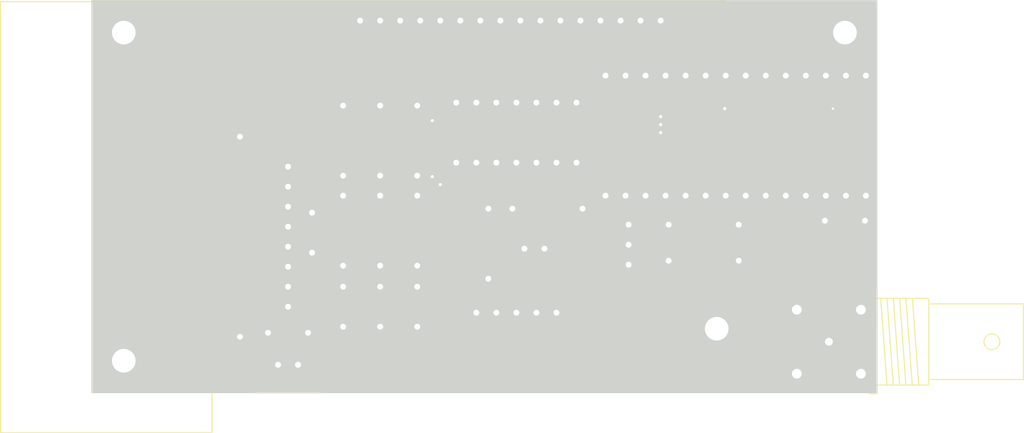
<source format=kicad_pcb>
(kicad_pcb (version 4) (host pcbnew 4.0.7)
  (title_block (title "Digital VFO") (date "14 March 2018") (rev 1.2))
  (layers (0 F.Cu signal) (31 B.Cu signal) (34 B.Paste user) (35 F.Paste user) (36 B.SilkS user) (37 F.SilkS user) (38 B.Mask user) (39 F.Mask user) (44 Edge.Cuts user))
  (net 0 "")
  (net 1 "Net-(C1-Pad1)")
  (net 2 GND)
  (net 3 "Net-(C2-Pad1)")
  (net 4 "Net-(C3-Pad1)")
  (net 5 "Net-(C4-Pad1)")
  (net 6 +5V)
  (net 7 "Net-(J1-Pad1)")
  (net 8 "Net-(Q1-Pad1)")
  (net 9 "Net-(Q1-Pad2)")
  (net 10 "Net-(Q1-Pad3)")
  (net 11 "Net-(R1-Pad2)")
  (net 12 "Net-(R3-Pad2)")
  (net 13 "Net-(R5-Pad2)")
  (net 14 "Net-(R7-Pad2)")
  (net 15 "Net-(R9-Pad2)")
  (net 16 "Net-(U1-Pad2)")
  (net 17 "Net-(U1-Pad4)")
  (net 18 "Net-(U1-Pad6)")
  (net 19 "Net-(U1-Pad8)")
  (net 20 "Net-(U1-Pad10)")
  (net 21 "Net-(U1-Pad12)")
  (net 22 "Net-(U2-Pad9)")
  (net 23 "Net-(U2-Pad10)")
  (net 24 "Net-(U2-Pad11)")
  (net 25 "Net-(U2-Pad12)")
  (net 26 "Net-(U2-Pad13)")
  (net 27 "Net-(U2-Pad14)")
  (net 28 "Net-(U2-Pad16)")
  (net 29 "Net-(U2-Pad17)")
  (net 30 "Net-(U2-Pad18)")
  (net 31 "Net-(U4-Pad7)")
  (net 32 "Net-(C7-Pad1)")
  (module teensy:Cap_SmV (layer F.Cu) (at 172.085 100.33 270)
    (fp_text reference C1 (at 2.54 0 270) (layer F.SilkS))
    (fp_text value 0.1uF)
    (pad 1 thru_hole circle (at 0 0 270) (size 1.5 1.5) (drill 0.75) (layers *.Cu *.Mask) (net 1 "Net-(C1-Pad1)"))
    (pad 2 thru_hole circle (at 5.08 0 270) (size 1.5 1.5) (drill 0.75) (layers *.Cu *.Mask) (net 2 GND))
  )
  (module teensy:Cap_SmV (layer F.Cu) (at 176.784 100.33 270)
    (fp_text reference C2 (at 2.54 0 270) (layer F.SilkS))
    (fp_text value 0.1uF)
    (pad 1 thru_hole circle (at 0 0 270) (size 1.5 1.5) (drill 0.75) (layers *.Cu *.Mask) (net 3 "Net-(C2-Pad1)"))
    (pad 2 thru_hole circle (at 5.08 0 270) (size 1.5 1.5) (drill 0.75) (layers *.Cu *.Mask) (net 2 GND))
  )
  (module teensy:Cap_SmV (layer F.Cu) (at 181.483 100.33 270)
    (fp_text reference C3 (at 2.54 0 270) (layer F.SilkS))
    (fp_text value 0.1uF)
    (pad 1 thru_hole circle (at 0 0 270) (size 1.5 1.5) (drill 0.75) (layers *.Cu *.Mask) (net 4 "Net-(C3-Pad1)"))
    (pad 2 thru_hole circle (at 5.08 0 270) (size 1.5 1.5) (drill 0.75) (layers *.Cu *.Mask) (net 2 GND))
  )
  (module teensy:Conn_CElec_v (layer F.Cu) (at 195.072 95.504)
    (fp_text reference C4 (at 1.397 -2.159) (layer F.SilkS))
    (fp_text value 100uF)
    (pad 1 thru_hole rect (at 0 0) (size 1.5 1.5) (drill 0.75) (layers *.Cu *.Mask) (net 5 "Net-(C4-Pad1)"))
    (pad 2 thru_hole circle (at 2.54 0) (size 1.5 1.5) (drill 0.75) (layers *.Cu *.Mask) (net 2 GND))
  )
  (module teensy:Cap_SmV (layer F.Cu) (at 238.252 91.948 180)
    (fp_text reference C5 (at 2.54 0 180) (layer F.SilkS))
    (fp_text value 0.1uF)
    (pad 1 thru_hole circle (at 0 0 180) (size 1.5 1.5) (drill 0.75) (layers *.Cu *.Mask) (net 6 +5V))
    (pad 2 thru_hole circle (at 5.08 0 180) (size 1.5 1.5) (drill 0.75) (layers *.Cu *.Mask) (net 2 GND))
  )
  (module teensy:Cap_SmV (layer F.Cu) (at 168.148 90.932 270)
    (fp_text reference C6 (at 2.54 0 270) (layer F.SilkS))
    (fp_text value 0.1uF)
    (pad 1 thru_hole circle (at 0 0 270) (size 1.5 1.5) (drill 0.75) (layers *.Cu *.Mask) (net 6 +5V))
    (pad 2 thru_hole circle (at 5.08 0 270) (size 1.5 1.5) (drill 0.75) (layers *.Cu *.Mask) (net 2 GND))
  )
  (module teensy:Con_2N222A (layer F.Cu) (at 208.28 94.996 270)
    (fp_text reference Q1 (at -1.016 2.032 360) (layer F.SilkS))
    (fp_text value 2N2222A)
    (fp_text user c (at -2.54 -1.524 360) (layer F.SilkS))
    (fp_text user b (at 0 -1.524 360) (layer F.SilkS))
    (fp_text user e (at 2.54 -1.524 360) (layer F.SilkS))
    (pad 1 thru_hole circle (at 2.54 0 270) (size 1.5 1.5) (drill 0.75) (layers *.Cu *.Mask) (net 8 "Net-(Q1-Pad1)"))
    (pad 2 thru_hole circle (at 0 0 270) (size 1.5 1.5) (drill 0.75) (layers *.Cu *.Mask) (net 9 "Net-(Q1-Pad2)"))
    (pad 3 thru_hole circle (at -2.54 0 270) (size 1.5 1.5) (drill 0.75) (layers *.Cu *.Mask) (net 10 "Net-(Q1-Pad3)"))
  )
  (module teensy:Res_SmH (layer F.Cu) (at 172.085 81.915 270)
    (fp_text reference R1 (at -0.762 0 270) (layer F.SilkS))
    (fp_text value 100K)
    (pad 1 thru_hole circle (at -4.572 0 270) (size 1.5 1.5) (drill 0.75) (layers *.Cu *.Mask) (net 6 +5V))
    (pad 2 thru_hole circle (at 4.318 0 270) (size 1.5 1.5) (drill 0.75) (layers *.Cu *.Mask) (net 11 "Net-(R1-Pad2)"))
  )
  (module teensy:Res_SmH (layer F.Cu) (at 172.085 93.345 270)
    (fp_text reference R2 (at -0.762 0 270) (layer F.SilkS))
    (fp_text value 10K)
    (pad 1 thru_hole circle (at -4.572 0 270) (size 1.5 1.5) (drill 0.75) (layers *.Cu *.Mask) (net 11 "Net-(R1-Pad2)"))
    (pad 2 thru_hole circle (at 4.318 0 270) (size 1.5 1.5) (drill 0.75) (layers *.Cu *.Mask) (net 1 "Net-(C1-Pad1)"))
  )
  (module teensy:Res_SmH (layer F.Cu) (at 176.784 81.915 270)
    (fp_text reference R3 (at -0.762 0 270) (layer F.SilkS))
    (fp_text value 100K)
    (pad 1 thru_hole circle (at -4.572 0 270) (size 1.5 1.5) (drill 0.75) (layers *.Cu *.Mask) (net 6 +5V))
    (pad 2 thru_hole circle (at 4.318 0 270) (size 1.5 1.5) (drill 0.75) (layers *.Cu *.Mask) (net 12 "Net-(R3-Pad2)"))
  )
  (module teensy:Res_SmH (layer F.Cu) (at 176.784 93.345 270)
    (fp_text reference R4 (at -0.762 0 270) (layer F.SilkS))
    (fp_text value 10K)
    (pad 1 thru_hole circle (at -4.572 0 270) (size 1.5 1.5) (drill 0.75) (layers *.Cu *.Mask) (net 12 "Net-(R3-Pad2)"))
    (pad 2 thru_hole circle (at 4.318 0 270) (size 1.5 1.5) (drill 0.75) (layers *.Cu *.Mask) (net 3 "Net-(C2-Pad1)"))
  )
  (module teensy:Res_SmH (layer F.Cu) (at 181.483 81.915 270)
    (fp_text reference R5 (at -0.762 0 270) (layer F.SilkS))
    (fp_text value 100K)
    (pad 1 thru_hole circle (at -4.572 0 270) (size 1.5 1.5) (drill 0.75) (layers *.Cu *.Mask) (net 6 +5V))
    (pad 2 thru_hole circle (at 4.318 0 270) (size 1.5 1.5) (drill 0.75) (layers *.Cu *.Mask) (net 13 "Net-(R5-Pad2)"))
  )
  (module teensy:Res_SmH (layer F.Cu) (at 181.483 93.345 270)
    (fp_text reference R6 (at -0.762 0 270) (layer F.SilkS))
    (fp_text value 10K)
    (pad 1 thru_hole circle (at -4.572 0 270) (size 1.5 1.5) (drill 0.75) (layers *.Cu *.Mask) (net 13 "Net-(R5-Pad2)"))
    (pad 2 thru_hole circle (at 4.318 0 270) (size 1.5 1.5) (drill 0.75) (layers *.Cu *.Mask) (net 4 "Net-(C3-Pad1)"))
  )
  (module teensy:Res_SmH (layer F.Cu) (at 217.932 92.456)
    (fp_text reference R7 (at -0.762 0) (layer F.SilkS))
    (fp_text value 15K)
    (pad 1 thru_hole circle (at -4.572 0) (size 1.5 1.5) (drill 0.75) (layers *.Cu *.Mask) (net 9 "Net-(Q1-Pad2)"))
    (pad 2 thru_hole circle (at 4.318 0) (size 1.5 1.5) (drill 0.75) (layers *.Cu *.Mask) (net 14 "Net-(R7-Pad2)"))
  )
  (module teensy:Res_SmH (layer F.Cu) (at 217.932 97.028)
    (fp_text reference R8 (at -0.762 0) (layer F.SilkS))
    (fp_text value 10R)
    (pad 1 thru_hole circle (at -4.572 0) (size 1.5 1.5) (drill 0.75) (layers *.Cu *.Mask) (net 8 "Net-(Q1-Pad1)"))
    (pad 2 thru_hole circle (at 4.318 0) (size 1.5 1.5) (drill 0.75) (layers *.Cu *.Mask) (net 2 GND))
  )
  (module teensy:Res_SmH (layer F.Cu) (at 198.12 90.424)
    (fp_text reference R9 (at -0.762 0) (layer F.SilkS))
    (fp_text value 1K)
    (pad 1 thru_hole circle (at -4.572 0) (size 1.5 1.5) (drill 0.75) (layers *.Cu *.Mask) (net 5 "Net-(C4-Pad1)"))
    (pad 2 thru_hole circle (at 4.318 0) (size 1.5 1.5) (drill 0.75) (layers *.Cu *.Mask) (net 15 "Net-(R9-Pad2)"))
  )
  (module teensy:Res_SmH (layer F.Cu) (at 190.5 94.996 270)
    (fp_text reference R10 (at -0.762 0 270) (layer F.SilkS))
    (fp_text value 1K)
    (pad 1 thru_hole circle (at -4.572 0 270) (size 1.5 1.5) (drill 0.75) (layers *.Cu *.Mask) (net 5 "Net-(C4-Pad1)"))
    (pad 2 thru_hole circle (at 4.318 0 270) (size 1.5 1.5) (drill 0.75) (layers *.Cu *.Mask) (net 2 GND))
  )
  (module teensy:Conn_DIP14n (layer F.Cu) (at 194.056 80.772 90)
    (fp_text reference U1 (at -1.524 -9.144 180) (layer F.SilkS))
    (fp_text value 74HC14)
    (pad 1 thru_hole rect (at -3.81 -7.62 90) (size 1.5 1.5) (drill 0.75) (layers *.Cu *.Mask) (net 1 "Net-(C1-Pad1)"))
    (pad 2 thru_hole circle (at -3.81 -5.08 90) (size 1.5 1.5) (drill 0.75) (layers *.Cu *.Mask) (net 16 "Net-(U1-Pad2)"))
    (pad 3 thru_hole circle (at -3.81 -2.54 90) (size 1.5 1.5) (drill 0.75) (layers *.Cu *.Mask) (net 3 "Net-(C2-Pad1)"))
    (pad 4 thru_hole circle (at -3.81 0 90) (size 1.5 1.5) (drill 0.75) (layers *.Cu *.Mask) (net 17 "Net-(U1-Pad4)"))
    (pad 5 thru_hole circle (at -3.81 2.54 90) (size 1.5 1.5) (drill 0.75) (layers *.Cu *.Mask) (net 4 "Net-(C3-Pad1)"))
    (pad 6 thru_hole circle (at -3.81 5.08 90) (size 1.5 1.5) (drill 0.75) (layers *.Cu *.Mask) (net 18 "Net-(U1-Pad6)"))
    (pad 7 thru_hole circle (at -3.81 7.62 90) (size 1.5 1.5) (drill 0.75) (layers *.Cu *.Mask) (net 2 GND))
    (pad 8 thru_hole circle (at 3.81 7.62 90) (size 1.5 1.5) (drill 0.75) (layers *.Cu *.Mask) (net 19 "Net-(U1-Pad8)"))
    (pad 9 thru_hole circle (at 3.81 5.08 90) (size 1.5 1.5) (drill 0.75) (layers *.Cu *.Mask) (net 2 GND))
    (pad 10 thru_hole circle (at 3.81 2.54 90) (size 1.5 1.5) (drill 0.75) (layers *.Cu *.Mask) (net 20 "Net-(U1-Pad10)"))
    (pad 11 thru_hole circle (at 3.81 0 90) (size 1.5 1.5) (drill 0.75) (layers *.Cu *.Mask) (net 2 GND))
    (pad 12 thru_hole circle (at 3.81 -2.54 90) (size 1.5 1.5) (drill 0.75) (layers *.Cu *.Mask) (net 21 "Net-(U1-Pad12)"))
    (pad 13 thru_hole circle (at 3.81 -5.08 90) (size 1.5 1.5) (drill 0.75) (layers *.Cu *.Mask) (net 2 GND))
    (pad 14 thru_hole circle (at 3.81 -7.62 90) (size 1.5 1.5) (drill 0.75) (layers *.Cu *.Mask) (net 6 +5V))
  )
  (module teensy:Conn_DDS8 (layer F.Cu) (at 165.1 93.98 180)
    (fp_text reference U4 (at -0.508 11.684 360) (layer F.SilkS))
    (fp_text value DDS-60)
    (pad 8 thru_hole circle (at 0 -8.89 180) (size 1.5 1.5) (drill 0.75) (layers *.Cu *.Mask) (net 32 "Net-(C7-Pad1)"))
    (pad 7 thru_hole circle (at 0 -6.35 180) (size 1.5 1.5) (drill 0.75) (layers *.Cu *.Mask) (net 31 "Net-(U4-Pad7)"))
    (pad 6 thru_hole circle (at 0 -3.81 180) (size 1.5 1.5) (drill 0.75) (layers *.Cu *.Mask) (net 7 "Net-(J1-Pad1)"))
    (pad 5 thru_hole circle (at 0 -1.27 180) (size 1.5 1.5) (drill 0.75) (layers *.Cu *.Mask) (net 2 GND))
    (pad 4 thru_hole circle (at 0 1.27 180) (size 1.5 1.5) (drill 0.75) (layers *.Cu *.Mask) (net 6 +5V))
    (pad 3 thru_hole circle (at 0 3.81 180) (size 1.5 1.5) (drill 0.75) (layers *.Cu *.Mask) (net 28 "Net-(U2-Pad16)"))
    (pad 2 thru_hole circle (at 0 6.35 180) (size 1.5 1.5) (drill 0.75) (layers *.Cu *.Mask) (net 29 "Net-(U2-Pad17)"))
    (pad 1 thru_hole rect (at 0 8.89 180) (size 1.5 1.5) (drill 0.75) (layers *.Cu *.Mask) (net 30 "Net-(U2-Pad18)"))
  )
  (module teensy:BNC_Socket (layer F.Cu) (at 233.68 107.315 270)
    (fp_text reference J1 (at -6.223 0 360) (layer F.SilkS))
    (fp_text value Coax)
    (pad 2 thru_hole rect (at 4.064 4.064 270) (size 2 2) (drill 1.25) (layers *.Cu F.Mask) (net 2 GND))
    (pad 2 thru_hole rect (at -4.064 4.064 270) (size 2 2) (drill 1.25) (layers *.Cu F.Mask) (net 2 GND))
    (pad 2 thru_hole rect (at 4.064 -4.064 270) (size 2 2) (drill 1.25) (layers *.Cu F.Mask) (net 2 GND))
    (pad 2 thru_hole rect (at -4.064 -4.064 270) (size 2 2) (drill 1.25) (layers *.Cu F.Mask) (net 2 GND))
    (pad 1 thru_hole circle (at 0 0 270) (size 2 2) (drill 1) (layers *.Cu F.Mask) (net 7 "Net-(J1-Pad1)"))
  )
  (module teensy:Cap_SmV (layer F.Cu) (at 162.56 106.172)
    (fp_text reference C7 (at 2.54 0) (layer F.SilkS))
    (fp_text value 0.1uF)
    (pad 1 thru_hole circle (at 0 0) (size 1.5 1.5) (drill 0.75) (layers *.Cu *.Mask) (net 32 "Net-(C7-Pad1)"))
    (pad 2 thru_hole circle (at 5.08 0) (size 1.5 1.5) (drill 0.75) (layers *.Cu *.Mask) (net 2 GND))
  )
  (module teensy:Conn_LCD16 (layer F.Cu) (at 167.64 97.536)
    (fp_text reference U3 (at 47.244 -30.988) (layer F.SilkS))
    (fp_text value LCD1602A)
    (pad 1 thru_hole rect (at 44.704 -30.988 180) (size 1.5 1.5) (drill 0.75) (layers *.Cu *.Mask F.SilkS) (net 2 GND))
    (pad 2 thru_hole circle (at 42.164 -30.988 180) (size 1.5 1.5) (drill 0.75) (layers *.Cu *.Mask F.SilkS) (net 6 +5V))
    (pad 3 thru_hole circle (at 39.624 -30.988 180) (size 1.5 1.5) (drill 0.75) (layers *.Cu *.Mask F.SilkS) (net 5 "Net-(C4-Pad1)"))
    (pad 4 thru_hole circle (at 37.084 -30.988 180) (size 1.5 1.5) (drill 0.75) (layers *.Cu *.Mask F.SilkS) (net 22 "Net-(U2-Pad9)"))
    (pad 5 thru_hole circle (at 34.544 -30.988 180) (size 1.5 1.5) (drill 0.75) (layers *.Cu *.Mask F.SilkS) (net 2 GND))
    (pad 6 thru_hole circle (at 32.004 -30.988 180) (size 1.5 1.5) (drill 0.75) (layers *.Cu *.Mask F.SilkS) (net 23 "Net-(U2-Pad10)"))
    (pad 7 thru_hole circle (at 29.464 -30.988 180) (size 1.5 1.5) (drill 0.75) (layers *.Cu *.Mask F.SilkS))
    (pad 8 thru_hole circle (at 26.924 -30.988 180) (size 1.5 1.5) (drill 0.75) (layers *.Cu *.Mask F.SilkS))
    (pad 9 thru_hole circle (at 24.384 -30.988 180) (size 1.5 1.5) (drill 0.75) (layers *.Cu *.Mask F.SilkS))
    (pad 10 thru_hole circle (at 21.844 -30.988 180) (size 1.5 1.5) (drill 0.75) (layers *.Cu *.Mask F.SilkS))
    (pad 11 thru_hole circle (at 19.304 -30.988 180) (size 1.5 1.5) (drill 0.75) (layers *.Cu *.Mask F.SilkS) (net 24 "Net-(U2-Pad11)"))
    (pad 12 thru_hole circle (at 16.764 -30.988 180) (size 1.5 1.5) (drill 0.75) (layers *.Cu *.Mask F.SilkS) (net 25 "Net-(U2-Pad12)"))
    (pad 13 thru_hole circle (at 14.224 -30.988 180) (size 1.5 1.5) (drill 0.75) (layers *.Cu *.Mask F.SilkS) (net 26 "Net-(U2-Pad13)"))
    (pad 14 thru_hole circle (at 11.684 -30.988 180) (size 1.5 1.5) (drill 0.75) (layers *.Cu *.Mask F.SilkS) (net 27 "Net-(U2-Pad14)"))
    (pad 15 thru_hole circle (at 9.144 -30.988 180) (size 1.5 1.5) (drill 0.75) (layers *.Cu *.Mask F.SilkS) (net 6 +5V))
    (pad 16 thru_hole circle (at 6.604 -30.988 180) (size 1.5 1.5) (drill 0.75) (layers *.Cu *.Mask F.SilkS) (net 10 "Net-(Q1-Pad3)"))
  )
  (module teensy:Conn_Power_2 (layer F.Cu) (at 165.1 110.236)
    (fp_text reference J2 (at -3.048 -3.556) (layer F.SilkS))
    (fp_text value Conn_01x02)
    (pad 1 thru_hole circle (at -1.27 0 180) (size 1.5 1.5) (drill 0.75) (layers *.Cu *.Mask) (net 32 "Net-(C7-Pad1)"))
    (pad 2 thru_hole rect (at 1.27 0 180) (size 1.524 1.524) (drill 0.762) (layers *.Cu *.Mask) (net 2 GND))
  )
  (module teensy:Conn_RE_Switch (layer F.Cu) (at 194.056 103.632)
    (fp_text reference SW1 (at -4.064 -3.302) (layer F.SilkS))
    (fp_text value Rotary_Encoder_Switch)
    (pad 5 thru_hole circle (at -5.08 0 90) (size 1.5 1.5) (drill 0.75) (layers *.Cu *.Mask) (net 11 "Net-(R1-Pad2)"))
    (pad 4 thru_hole rect (at -2.54 0 90) (size 1.5 1.524) (drill 0.75) (layers *.Cu *.Mask) (net 2 GND))
    (pad 1 thru_hole circle (at 5.08 0 90) (size 1.5 1.5) (drill 0.75) (layers *.Cu *.Mask) (net 13 "Net-(R5-Pad2)"))
    (pad 2 thru_hole rect (at 2.54 0 90) (size 1.5 1.524) (drill 0.75) (layers *.Cu *.Mask) (net 2 GND))
    (pad 3 thru_hole circle (at 0 0 90) (size 1.5 1.5) (drill 0.75) (layers *.Cu *.Mask) (net 12 "Net-(R3-Pad2)"))
  )
  (module teensy:logo (layer F.Cu) (at 147.828 80.772)
    (fp_text reference G*** hide)
    (fp_text value LOGO hide)
  )
  (module teensy:Conn_Mount (layer F.Cu) (at 235.712 68.072)
    (fp_text reference REF** hide)
    (fp_text value Conn_Mount hide)
    (pad "" np_thru_hole circle (at 0 0) (size 3 3) (drill 3) (layers *.Cu *.Mask))
  )
  (module teensy:Conn_Mount (layer F.Cu) (at 144.272 68.072)
    (fp_text reference REF** hide)
    (fp_text value Conn_Mount hide)
    (pad "" np_thru_hole circle (at 0 0) (size 3 3) (drill 3) (layers *.Cu *.Mask))
  )
  (module teensy:Conn_Mount (layer F.Cu) (at 144.272 109.728)
    (fp_text reference REF** hide)
    (fp_text value Conn_Mount hide)
    (pad "" np_thru_hole circle (at 0 0) (size 3 3) (drill 3) (layers *.Cu *.Mask))
  )
  (module teensy:Conn_Mount (layer F.Cu) (at 219.456 105.664)
    (fp_text reference REF** hide)
    (fp_text value Conn_Mount hide)
    (pad "" np_thru_hole circle (at 0 0) (size 3 3) (drill 3) (layers *.Cu *.Mask))
  )
  (module teensy:Strap_23 (layer F.Cu) (at 159.004 93.98 90)
    (fp_text reference STRAP** (at 0.508 1.016 90) (layer F.SilkS))
    (fp_text value Strap_23)
    (pad 1 thru_hole circle (at -12.7 0 90) (size 1.5 1.5) (drill 0.75) (layers *.Cu *.Mask))
    (pad 2 thru_hole circle (at 12.7 0 90) (size 1.5 1.5) (drill 0.75) (layers *.Cu *.Mask))
  )
  (module teensy:Conn_DIP28w (layer F.Cu) (at 220.98 81.28 180)
    (fp_text reference U2 (at -16.383 5.588 360) (layer F.SilkS))
    (fp_text value Teensy3.2)
    (pad 1 thru_hole rect (at -17.399 7.747 270) (size 1.5 1.5) (drill 0.75) (layers *.Cu *.Mask) (net 2 GND))
    (pad 2 thru_hole circle (at -14.859 7.747 270) (size 1.5 1.5) (drill 0.75) (layers *.Cu *.Mask))
    (pad 3 thru_hole circle (at -12.319 7.747 270) (size 1.5 1.5) (drill 0.75) (layers *.Cu *.Mask))
    (pad 4 thru_hole circle (at -9.779 7.747 270) (size 1.5 1.5) (drill 0.75) (layers *.Cu *.Mask) (net 18 "Net-(U1-Pad6)"))
    (pad 5 thru_hole circle (at -7.239 7.747 270) (size 1.5 1.5) (drill 0.75) (layers *.Cu *.Mask) (net 17 "Net-(U1-Pad4)"))
    (pad 6 thru_hole circle (at -4.699 7.747 270) (size 1.5 1.5) (drill 0.75) (layers *.Cu *.Mask) (net 16 "Net-(U1-Pad2)"))
    (pad 7 thru_hole circle (at -2.159 7.747 270) (size 1.5 1.5) (drill 0.75) (layers *.Cu *.Mask))
    (pad 8 thru_hole circle (at 0.381 7.747 270) (size 1.5 1.5) (drill 0.75) (layers *.Cu *.Mask) (net 15 "Net-(R9-Pad2)"))
    (pad 9 thru_hole circle (at 2.921 7.747 270) (size 1.5 1.5) (drill 0.75) (layers *.Cu *.Mask) (net 22 "Net-(U2-Pad9)"))
    (pad 10 thru_hole circle (at 5.461 7.747 270) (size 1.5 1.5) (drill 0.75) (layers *.Cu *.Mask) (net 23 "Net-(U2-Pad10)"))
    (pad 11 thru_hole circle (at 8.001 7.747 270) (size 1.5 1.5) (drill 0.75) (layers *.Cu *.Mask) (net 24 "Net-(U2-Pad11)"))
    (pad 12 thru_hole circle (at 10.541 7.747 270) (size 1.5 1.5) (drill 0.75) (layers *.Cu *.Mask) (net 25 "Net-(U2-Pad12)"))
    (pad 13 thru_hole circle (at 13.081 7.747 270) (size 1.5 1.5) (drill 0.75) (layers *.Cu *.Mask) (net 26 "Net-(U2-Pad13)"))
    (pad 14 thru_hole circle (at 15.621 7.747 270) (size 1.5 1.5) (drill 0.75) (layers *.Cu *.Mask) (net 27 "Net-(U2-Pad14)"))
    (pad 15 thru_hole circle (at 15.621 -7.493 270) (size 1.5 1.5) (drill 0.75) (layers *.Cu *.Mask))
    (pad 16 thru_hole circle (at 13.081 -7.493 270) (size 1.5 1.5) (drill 0.75) (layers *.Cu *.Mask) (net 28 "Net-(U2-Pad16)"))
    (pad 17 thru_hole circle (at 10.541 -7.493 270) (size 1.5 1.5) (drill 0.75) (layers *.Cu *.Mask) (net 29 "Net-(U2-Pad17)"))
    (pad 18 thru_hole circle (at 8.001 -7.493 270) (size 1.5 1.5) (drill 0.75) (layers *.Cu *.Mask) (net 30 "Net-(U2-Pad18)"))
    (pad 19 thru_hole circle (at 5.461 -7.493 270) (size 1.5 1.5) (drill 0.75) (layers *.Cu *.Mask))
    (pad 20 thru_hole circle (at 2.921 -7.493 270) (size 1.5 1.5) (drill 0.75) (layers *.Cu *.Mask))
    (pad 21 thru_hole circle (at 0.381 -7.493 270) (size 1.5 1.5) (drill 0.75) (layers *.Cu *.Mask))
    (pad 22 thru_hole circle (at -2.159 -7.493 270) (size 1.5 1.5) (drill 0.75) (layers *.Cu *.Mask) (net 14 "Net-(R7-Pad2)"))
    (pad 23 thru_hole circle (at -4.699 -7.493 270) (size 1.5 1.5) (drill 0.75) (layers *.Cu *.Mask))
    (pad 24 thru_hole circle (at -7.239 -7.493 270) (size 1.5 1.5) (drill 0.75) (layers *.Cu *.Mask))
    (pad 25 thru_hole circle (at -9.779 -7.493 270) (size 1.5 1.5) (drill 0.75) (layers *.Cu *.Mask))
    (pad 26 thru_hole circle (at -12.319 -7.493 270) (size 1.5 1.5) (drill 0.75) (layers *.Cu *.Mask))
    (pad 27 thru_hole circle (at -14.859 -7.493 270) (size 1.5 1.5) (drill 0.75) (layers *.Cu *.Mask) (net 2 GND))
    (pad 28 thru_hole circle (at -17.399 -7.493 270) (size 1.5 1.5) (drill 0.75) (layers *.Cu *.Mask) (net 6 +5V))
  )
  (module teensy:Via-0.6mm (layer F.Cu) (at 234.188 77.724)
    (fp_text reference REF** hide)
    (fp_text value Via-0.6mm hide)
    (pad 1 thru_hole circle (at 0 0) (size 0.6 0.6) (drill 0.3) (layers *.Cu) (net 2 GND))
  )
  (gr_text "DigitalVFO 1.2\nVK4FAWR\n17 Mar 2561" (at 163.576 67.564) (layer B.Cu) (effects (font (size 1 1) (thickness 0.2)) (justify mirror)))
  (gr_text "DigitalVFO 1.2\nVK4FAWR\n17 Mar 2561" (at 163.576 67.564) (layer F.Cu) (effects (font (size 1 1) (thickness 0.2))))
  (gr_line (start 140.208 64.008) (end 239.776 64.008) (angle 90) (layer Edge.Cuts) (width 0.1))
  (gr_line (start 140.208 113.792) (end 140.208 64.008) (angle 90) (layer Edge.Cuts) (width 0.1))
  (gr_line (start 239.776 113.792) (end 140.208 113.792) (angle 90) (layer Edge.Cuts) (width 0.1))
  (gr_line (start 239.776 64.008) (end 239.776 113.792) (angle 90) (layer Edge.Cuts) (width 0.1))
  (segment (start 186.436 84.582) (end 186.436 87.376) (width 0.5) (layer B.Cu) (net 1))
  (segment (start 175.26 94.488) (end 172.085 97.663) (width 0.5) (layer B.Cu) (net 1))
  (segment (start 179.324 94.488) (end 175.26 94.488) (width 0.5) (layer B.Cu) (net 1))
  (segment (start 186.436 87.376) (end 179.324 94.488) (width 0.5) (layer B.Cu) (net 1))
  (segment (start 172.212 97.536) (end 172.085 97.663) (width 0.5) (layer B.Cu) (net 1))
  (segment (start 172.085 97.663) (end 172.085 100.33) (width 0.5) (layer F.Cu) (net 1))
  (segment (start 191.516 84.582) (end 191.516 85.852) (width 0.5) (layer B.Cu) (net 3))
  (segment (start 178.181 97.663) (end 176.784 97.663) (width 0.5) (layer B.Cu) (net 3))
  (segment (start 188.468 87.376) (end 178.181 97.663) (width 0.5) (layer B.Cu) (net 3))
  (segment (start 189.992 87.376) (end 188.468 87.376) (width 0.5) (layer B.Cu) (net 3))
  (segment (start 191.516 85.852) (end 189.992 87.376) (width 0.5) (layer B.Cu) (net 3))
  (segment (start 176.784 97.663) (end 176.784 100.33) (width 0.5) (layer F.Cu) (net 3))
  (segment (start 196.596 84.582) (end 196.596 85.852) (width 0.5) (layer B.Cu) (net 4))
  (segment (start 181.356 96.52) (end 181.483 97.663) (width 0.5) (layer B.Cu) (net 4))
  (segment (start 189.484 88.392) (end 181.356 96.52) (width 0.5) (layer B.Cu) (net 4))
  (segment (start 194.056 88.392) (end 189.484 88.392) (width 0.5) (layer B.Cu) (net 4))
  (segment (start 196.596 85.852) (end 194.056 88.392) (width 0.5) (layer B.Cu) (net 4))
  (segment (start 181.483 97.409) (end 181.483 97.663) (width 0.5) (layer B.Cu) (net 4))
  (segment (start 181.483 97.663) (end 181.483 100.33) (width 0.5) (layer F.Cu) (net 4))
  (segment (start 184.404 87.376) (end 184.404 74.676) (width 0.5) (layer B.Cu) (net 5))
  (segment (start 187.452 90.424) (end 184.404 87.376) (width 0.5) (layer F.Cu) (net 5))
  (via (at 184.404 87.376) (size 0.6) (drill 0.4) (layers F.Cu B.Cu) (net 5))
  (segment (start 190.5 90.424) (end 187.452 90.424) (width 0.5) (layer F.Cu) (net 5))
  (segment (start 186.436 72.644) (end 184.404 74.676) (width 0.5) (layer B.Cu) (net 5))
  (segment (start 201.676 72.644) (end 186.436 72.644) (width 0.5) (layer B.Cu) (net 5))
  (segment (start 201.676 72.644) (end 207.264 67.056) (width 0.5) (layer B.Cu) (net 5))
  (segment (start 207.264 66.548) (end 207.264 67.056) (width 0.5) (layer B.Cu) (net 5))
  (segment (start 193.548 90.424) (end 193.548 93.98) (width 0.5) (layer F.Cu) (net 5))
  (segment (start 193.548 93.98) (end 195.072 95.504) (width 0.5) (layer F.Cu) (net 5))
  (segment (start 190.5 90.424) (end 193.548 90.424) (width 0.5) (layer F.Cu) (net 5))
  (segment (start 209.804 66.548) (end 209.296 66.548) (width 0.5) (layer B.Cu) (net 6))
  (segment (start 209.296 66.548) (end 203.2 72.644) (width 0.5) (layer B.Cu) (net 6))
  (segment (start 203.2 72.644) (end 203.2 75.184) (width 0.5) (layer B.Cu) (net 6))
  (segment (start 186.436 76.962) (end 186.436 76.708) (width 0.5) (layer B.Cu) (net 6))
  (segment (start 186.436 76.708) (end 187.96 75.184) (width 0.5) (layer B.Cu) (net 6))
  (segment (start 187.96 75.184) (end 203.2 75.184) (width 0.5) (layer B.Cu) (net 6))
  (segment (start 181.483 77.343) (end 181.483 77.089) (width 0.5) (layer F.Cu) (net 6))
  (segment (start 181.483 77.089) (end 181.61 76.962) (width 0.5) (layer F.Cu) (net 6))
  (segment (start 181.61 76.962) (end 186.436 76.962) (width 0.5) (layer F.Cu) (net 6))
  (segment (start 238.379 88.773) (end 238.379 87.503) (width 0.5) (layer B.Cu) (net 6))
  (segment (start 203.708 75.692) (end 203.2 75.184) (width 0.5) (layer B.Cu) (net 6))
  (segment (start 203.2 75.184) (end 203.2 75.184) (width 0.5) (layer B.Cu) (net 6))
  (segment (start 226.568 75.692) (end 203.708 75.692) (width 0.5) (layer B.Cu) (net 6))
  (segment (start 238.379 87.503) (end 226.568 75.692) (width 0.5) (layer B.Cu) (net 6))
  (segment (start 186.055 77.343) (end 186.436 76.962) (width 0.5) (layer B.Cu) (net 6))
  (segment (start 238.379 88.773) (end 238.379 91.821) (width 0.5) (layer F.Cu) (net 6))
  (segment (start 238.379 91.821) (end 238.252 91.948) (width 0.5) (layer F.Cu) (net 6))
  (segment (start 209.804 66.04) (end 209.804 66.548) (width 0.5) (layer B.Cu) (net 6))
  (segment (start 172.085 77.343) (end 176.784 77.343) (width 0.5) (layer B.Cu) (net 6))
  (segment (start 176.784 77.343) (end 181.483 77.343) (width 0.5) (layer B.Cu) (net 6))
  (segment (start 172.085 77.343) (end 170.307 77.343) (width 0.5) (layer B.Cu) (net 6))
  (segment (start 168.656 78.994) (end 168.656 90.424) (width 0.5) (layer B.Cu) (net 6))
  (segment (start 170.307 77.343) (end 168.656 78.994) (width 0.5) (layer B.Cu) (net 6))
  (segment (start 168.656 90.424) (end 168.148 90.932) (width 0.5) (layer B.Cu) (net 6))
  (segment (start 165.1 92.71) (end 166.37 92.71) (width 0.5) (layer F.Cu) (net 6))
  (segment (start 166.37 92.71) (end 168.148 90.932) (width 0.5) (layer F.Cu) (net 6))
  (segment (start 176.784 66.548) (end 176.784 77.343) (width 0.5) (layer F.Cu) (net 6))
  (segment (start 165.1 97.79) (end 166.878 97.79) (width 0.5) (layer F.Cu) (net 7))
  (segment (start 226.949 107.315) (end 222.504 111.76) (width 0.5) (layer F.Cu) (net 7))
  (segment (start 222.504 111.76) (end 175.26 111.76) (width 0.5) (layer F.Cu) (net 7))
  (segment (start 175.26 111.76) (end 169.672 106.172) (width 0.5) (layer F.Cu) (net 7))
  (segment (start 169.672 106.172) (end 169.672 101.092) (width 0.5) (layer F.Cu) (net 7))
  (segment (start 226.949 107.315) (end 233.68 107.315) (width 0.5) (layer F.Cu) (net 7))
  (segment (start 169.672 100.584) (end 169.672 101.092) (width 0.5) (layer F.Cu) (net 7))
  (segment (start 166.878 97.79) (end 169.672 100.584) (width 0.5) (layer F.Cu) (net 7))
  (segment (start 166.37 97.79) (end 165.1 97.79) (width 0.5) (layer F.Cu) (net 7))
  (segment (start 208.28 97.536) (end 212.852 97.536) (width 0.5) (layer F.Cu) (net 8))
  (segment (start 212.852 97.536) (end 213.36 97.028) (width 0.5) (layer F.Cu) (net 8))
  (segment (start 208.28 94.996) (end 209.804 94.996) (width 0.5) (layer F.Cu) (net 9))
  (segment (start 212.344 92.456) (end 213.36 92.456) (width 0.5) (layer F.Cu) (net 9))
  (segment (start 209.804 94.996) (end 212.344 92.456) (width 0.5) (layer F.Cu) (net 9))
  (segment (start 194.056 86.36) (end 196.088 88.392) (width 0.5) (layer F.Cu) (net 10))
  (segment (start 174.244 78.232) (end 175.26 79.248) (width 0.5) (layer F.Cu) (net 10))
  (segment (start 175.26 79.248) (end 183.388 79.248) (width 0.5) (layer F.Cu) (net 10))
  (via (at 183.388 79.248) (size 0.6) (drill 0.4) (layers F.Cu B.Cu) (net 10))
  (segment (start 183.388 79.248) (end 183.388 86.36) (width 0.5) (layer B.Cu) (net 10))
  (via (at 183.388 86.36) (size 0.6) (drill 0.4) (layers F.Cu B.Cu) (net 10))
  (segment (start 183.388 86.36) (end 194.056 86.36) (width 0.5) (layer F.Cu) (net 10))
  (segment (start 208.28 92.456) (end 200.152 92.456) (width 0.5) (layer F.Cu) (net 10))
  (segment (start 174.244 78.232) (end 174.244 66.548) (width 0.5) (layer F.Cu) (net 10))
  (segment (start 196.088 88.392) (end 200.152 92.456) (width 0.5) (layer F.Cu) (net 10))
  (segment (start 188.976 103.632) (end 186.436 103.632) (width 0.5) (layer F.Cu) (net 11))
  (segment (start 172.085 92.837) (end 172.085 88.773) (width 0.5) (layer F.Cu) (net 11))
  (segment (start 174.752 95.504) (end 172.085 92.837) (width 0.5) (layer F.Cu) (net 11))
  (segment (start 182.88 95.504) (end 174.752 95.504) (width 0.5) (layer F.Cu) (net 11))
  (segment (start 183.896 96.52) (end 182.88 95.504) (width 0.5) (layer F.Cu) (net 11))
  (segment (start 183.896 101.092) (end 183.896 96.52) (width 0.5) (layer F.Cu) (net 11))
  (segment (start 186.436 103.632) (end 183.896 101.092) (width 0.5) (layer F.Cu) (net 11))
  (segment (start 172.085 86.233) (end 172.085 88.773) (width 0.5) (layer F.Cu) (net 11))
  (segment (start 194.056 103.632) (end 194.056 102.616) (width 0.5) (layer F.Cu) (net 12))
  (segment (start 176.784 91.948) (end 176.784 88.773) (width 0.5) (layer F.Cu) (net 12))
  (segment (start 178.816 93.98) (end 176.784 91.948) (width 0.5) (layer F.Cu) (net 12))
  (segment (start 183.388 93.98) (end 178.816 93.98) (width 0.5) (layer F.Cu) (net 12))
  (segment (start 185.42 96.012) (end 183.388 93.98) (width 0.5) (layer F.Cu) (net 12))
  (segment (start 185.42 100.076) (end 185.42 96.012) (width 0.5) (layer F.Cu) (net 12))
  (segment (start 186.944 101.6) (end 185.42 100.076) (width 0.5) (layer F.Cu) (net 12))
  (segment (start 193.04 101.6) (end 186.944 101.6) (width 0.5) (layer F.Cu) (net 12))
  (segment (start 194.056 102.616) (end 193.04 101.6) (width 0.5) (layer F.Cu) (net 12))
  (segment (start 176.784 86.233) (end 176.784 88.773) (width 0.5) (layer F.Cu) (net 12))
  (segment (start 199.136 103.632) (end 199.136 102.108) (width 0.5) (layer F.Cu) (net 13))
  (segment (start 181.356 89.916) (end 181.356 88.9) (width 0.5) (layer F.Cu) (net 13))
  (segment (start 188.976 97.536) (end 181.356 89.916) (width 0.5) (layer F.Cu) (net 13))
  (segment (start 194.564 97.536) (end 188.976 97.536) (width 0.5) (layer F.Cu) (net 13))
  (segment (start 199.136 102.108) (end 194.564 97.536) (width 0.5) (layer F.Cu) (net 13))
  (segment (start 181.356 88.9) (end 181.483 88.773) (width 0.5) (layer F.Cu) (net 13))
  (segment (start 181.483 86.233) (end 181.483 88.773) (width 0.5) (layer F.Cu) (net 13))
  (segment (start 223.139 88.773) (end 223.139 91.567) (width 0.5) (layer F.Cu) (net 14))
  (segment (start 223.139 91.567) (end 222.25 92.456) (width 0.5) (layer F.Cu) (net 14))
  (segment (start 220.472 80.264) (end 220.472 77.724) (width 0.5) (layer B.Cu) (net 15))
  (segment (start 220.599 77.597) (end 220.599 73.533) (width 0.5) (layer F.Cu) (net 15))
  (segment (start 220.472 77.724) (end 220.599 77.597) (width 0.5) (layer F.Cu) (net 15))
  (via (at 220.472 77.724) (size 0.6) (drill 0.4) (layers F.Cu B.Cu) (net 15))
  (segment (start 202.438 87.63) (end 202.438 90.424) (width 0.5) (layer B.Cu) (net 15))
  (segment (start 208.28 81.788) (end 202.438 87.63) (width 0.5) (layer B.Cu) (net 15))
  (segment (start 218.948 81.788) (end 208.28 81.788) (width 0.5) (layer B.Cu) (net 15))
  (segment (start 220.599 80.137) (end 220.472 80.264) (width 0.5) (layer B.Cu) (net 15))
  (segment (start 220.472 80.264) (end 218.948 81.788) (width 0.5) (layer B.Cu) (net 15))
  (segment (start 188.976 84.582) (end 188.976 83.312) (width 0.5) (layer B.Cu) (net 16))
  (segment (start 225.552 76.708) (end 225.552 73.66) (width 0.5) (layer F.Cu) (net 16))
  (segment (start 223.52 78.74) (end 225.552 76.708) (width 0.5) (layer F.Cu) (net 16))
  (segment (start 212.344 78.74) (end 223.52 78.74) (width 0.5) (layer F.Cu) (net 16))
  (via (at 212.344 78.74) (size 0.6) (drill 0.4) (layers F.Cu B.Cu) (net 16))
  (segment (start 193.548 78.74) (end 212.344 78.74) (width 0.5) (layer B.Cu) (net 16))
  (segment (start 188.976 83.312) (end 193.548 78.74) (width 0.5) (layer B.Cu) (net 16))
  (segment (start 225.552 73.66) (end 225.679 73.533) (width 0.5) (layer F.Cu) (net 16))
  (segment (start 194.056 84.582) (end 194.056 83.82) (width 0.5) (layer B.Cu) (net 17))
  (segment (start 228.092 75.692) (end 228.092 73.66) (width 0.5) (layer F.Cu) (net 17))
  (segment (start 224.028 79.756) (end 228.092 75.692) (width 0.5) (layer F.Cu) (net 17))
  (segment (start 212.344 79.756) (end 224.028 79.756) (width 0.5) (layer F.Cu) (net 17))
  (via (at 212.344 79.756) (size 0.6) (drill 0.4) (layers F.Cu B.Cu) (net 17))
  (segment (start 197.612 79.756) (end 212.344 79.756) (width 0.5) (layer B.Cu) (net 17))
  (segment (start 194.056 83.312) (end 197.612 79.756) (width 0.5) (layer B.Cu) (net 17))
  (segment (start 194.056 83.82) (end 194.056 83.312) (width 0.5) (layer B.Cu) (net 17))
  (segment (start 228.092 73.66) (end 228.219 73.533) (width 0.5) (layer F.Cu) (net 17))
  (segment (start 199.136 84.582) (end 199.136 83.312) (width 0.5) (layer B.Cu) (net 18))
  (segment (start 230.759 74.549) (end 230.759 73.533) (width 0.5) (layer F.Cu) (net 18))
  (segment (start 224.536 80.772) (end 230.759 74.549) (width 0.5) (layer F.Cu) (net 18))
  (segment (start 212.344 80.772) (end 224.536 80.772) (width 0.5) (layer F.Cu) (net 18))
  (via (at 212.344 80.772) (size 0.6) (drill 0.4) (layers F.Cu B.Cu) (net 18))
  (segment (start 201.676 80.772) (end 212.344 80.772) (width 0.5) (layer B.Cu) (net 18))
  (segment (start 199.136 83.312) (end 201.676 80.772) (width 0.5) (layer B.Cu) (net 18))
  (segment (start 218.059 73.533) (end 218.059 72.771) (width 0.5) (layer F.Cu) (net 22))
  (segment (start 206.248 68.072) (end 204.724 66.548) (width 0.5) (layer F.Cu) (net 22))
  (segment (start 213.36 68.072) (end 206.248 68.072) (width 0.5) (layer F.Cu) (net 22))
  (segment (start 218.059 72.771) (end 213.36 68.072) (width 0.5) (layer F.Cu) (net 22))
  (segment (start 217.932 73.406) (end 218.059 73.533) (width 0.5) (layer F.Cu) (net 22))
  (segment (start 217.932 73.406) (end 218.059 73.533) (width 0.5) (layer F.Cu) (net 22))
  (segment (start 217.932 73.406) (end 218.059 73.533) (width 0.5) (layer F.Cu) (net 22))
  (segment (start 215.519 73.533) (end 215.519 72.771) (width 0.5) (layer F.Cu) (net 23))
  (segment (start 199.644 68.072) (end 199.644 66.548) (width 0.5) (layer F.Cu) (net 23))
  (segment (start 200.66 69.088) (end 199.644 68.072) (width 0.5) (layer F.Cu) (net 23))
  (segment (start 211.836 69.088) (end 200.66 69.088) (width 0.5) (layer F.Cu) (net 23))
  (segment (start 215.519 72.771) (end 211.836 69.088) (width 0.5) (layer F.Cu) (net 23))
  (segment (start 212.979 73.533) (end 212.979 72.771) (width 0.5) (layer F.Cu) (net 24))
  (segment (start 186.944 68.58) (end 186.944 66.548) (width 0.5) (layer F.Cu) (net 24))
  (segment (start 188.468 70.104) (end 186.944 68.58) (width 0.5) (layer F.Cu) (net 24))
  (segment (start 210.312 70.104) (end 188.468 70.104) (width 0.5) (layer F.Cu) (net 24))
  (segment (start 212.979 72.771) (end 210.312 70.104) (width 0.5) (layer F.Cu) (net 24))
  (segment (start 210.439 73.533) (end 210.439 73.279) (width 0.5) (layer F.Cu) (net 25))
  (segment (start 210.439 73.279) (end 208.28 71.12) (width 0.5) (layer F.Cu) (net 25))
  (segment (start 184.404 69.596) (end 184.404 66.548) (width 0.5) (layer F.Cu) (net 25))
  (segment (start 185.928 71.12) (end 184.404 69.596) (width 0.5) (layer F.Cu) (net 25))
  (segment (start 208.28 71.12) (end 185.928 71.12) (width 0.5) (layer F.Cu) (net 25))
  (segment (start 207.899 73.533) (end 207.899 73.279) (width 0.5) (layer F.Cu) (net 26))
  (segment (start 207.899 73.279) (end 206.756 72.136) (width 0.5) (layer F.Cu) (net 26))
  (segment (start 181.864 70.612) (end 181.864 66.548) (width 0.5) (layer F.Cu) (net 26))
  (segment (start 183.388 72.136) (end 181.864 70.612) (width 0.5) (layer F.Cu) (net 26))
  (segment (start 206.756 72.136) (end 183.388 72.136) (width 0.5) (layer F.Cu) (net 26))
  (segment (start 205.359 73.533) (end 180.975 73.533) (width 0.5) (layer F.Cu) (net 27))
  (segment (start 179.578 72.136) (end 179.578 66.802) (width 0.5) (layer F.Cu) (net 27))
  (segment (start 180.975 73.533) (end 179.578 72.136) (width 0.5) (layer F.Cu) (net 27))
  (segment (start 179.578 66.802) (end 179.324 66.548) (width 0.5) (layer F.Cu) (net 27))
  (segment (start 166.624 89.408) (end 166.116 89.916) (width 0.5) (layer F.Cu) (net 28))
  (segment (start 166.116 89.916) (end 165.354 89.916) (width 0.5) (layer F.Cu) (net 28))
  (segment (start 165.354 89.916) (end 165.1 90.17) (width 0.5) (layer F.Cu) (net 28))
  (segment (start 173.228 82.804) (end 166.624 89.408) (width 0.5) (layer F.Cu) (net 28))
  (segment (start 207.899 88.773) (end 207.899 87.503) (width 0.5) (layer F.Cu) (net 28))
  (segment (start 203.2 82.804) (end 173.228 82.804) (width 0.5) (layer F.Cu) (net 28))
  (segment (start 207.899 87.503) (end 203.2 82.804) (width 0.5) (layer F.Cu) (net 28))
  (segment (start 166.624 89.408) (end 166.624 89.408) (width 0.5) (layer F.Cu) (net 28))
  (segment (start 207.899 88.773) (end 207.899 89.281) (width 0.5) (layer B.Cu) (net 28))
  (segment (start 165.1 90.424) (end 165.1 90.17) (width 0.5) (layer B.Cu) (net 28))
  (segment (start 171.704 81.788) (end 166.116 87.376) (width 0.5) (layer F.Cu) (net 29))
  (segment (start 210.439 88.773) (end 210.439 87.503) (width 0.5) (layer F.Cu) (net 29))
  (segment (start 204.724 81.788) (end 171.704 81.788) (width 0.5) (layer F.Cu) (net 29))
  (segment (start 210.439 87.503) (end 204.724 81.788) (width 0.5) (layer F.Cu) (net 29))
  (segment (start 166.116 87.376) (end 165.354 87.376) (width 0.5) (layer F.Cu) (net 29))
  (segment (start 165.354 87.376) (end 165.1 87.63) (width 0.5) (layer F.Cu) (net 29))
  (segment (start 165.354 87.376) (end 165.1 87.63) (width 0.5) (layer F.Cu) (net 29))
  (segment (start 210.439 88.773) (end 210.439 88.519) (width 0.5) (layer B.Cu) (net 29))
  (segment (start 212.979 88.773) (end 212.979 88.011) (width 0.5) (layer F.Cu) (net 30))
  (segment (start 166.116 84.836) (end 165.354 84.836) (width 0.5) (layer F.Cu) (net 30))
  (segment (start 170.18 80.772) (end 166.116 84.836) (width 0.5) (layer F.Cu) (net 30))
  (segment (start 205.74 80.772) (end 170.18 80.772) (width 0.5) (layer F.Cu) (net 30))
  (segment (start 212.979 88.011) (end 205.74 80.772) (width 0.5) (layer F.Cu) (net 30))
  (segment (start 165.354 84.836) (end 165.1 85.09) (width 0.5) (layer F.Cu) (net 30))
  (segment (start 162.56 106.172) (end 162.56 105.41) (width 0.5) (layer F.Cu) (net 32))
  (segment (start 162.56 105.41) (end 165.1 102.87) (width 0.5) (layer F.Cu) (net 32))
  (segment (start 162.56 106.172) (end 162.56 108.966) (width 0.5) (layer F.Cu) (net 32))
  (segment (start 162.56 108.966) (end 163.83 110.236) (width 0.5) (layer F.Cu) (net 32))
  (zone (net 0) (net_name "") (layer Edge.Cuts) (connect_pads (clearance 0.508)) (min_thickness 0.254) (fill yes (arc_segments 16) (thermal_gap 0.508) (thermal_bridge_width 0.508))
    (polygon (pts (xy 140.208 64.008) (xy 239.776 64.008) (xy 239.776 113.792) (xy 140.208 113.792)))
  )
  (zone (net 2) (net_name GND) (layer F.Cu) (connect_pads (clearance 0.508)) (min_thickness 0.254) (fill yes (arc_segments 16) (thermal_gap 0.508) (thermal_bridge_width 0.508))
    (polygon (pts (xy 239.776 113.792) (xy 140.208 113.792) (xy 140.208 64.008) (xy 239.776 64.008)))
  )
  (zone (net 2) (net_name GND) (layer B.Cu) (connect_pads (clearance 0.508)) (min_thickness 0.254) (fill yes (arc_segments 16) (thermal_gap 0.508) (thermal_bridge_width 0.508))
    (polygon (pts (xy 239.776 113.792) (xy 140.208 113.792) (xy 140.208 64.008) (xy 239.776 64.008)))
  )
)
</source>
